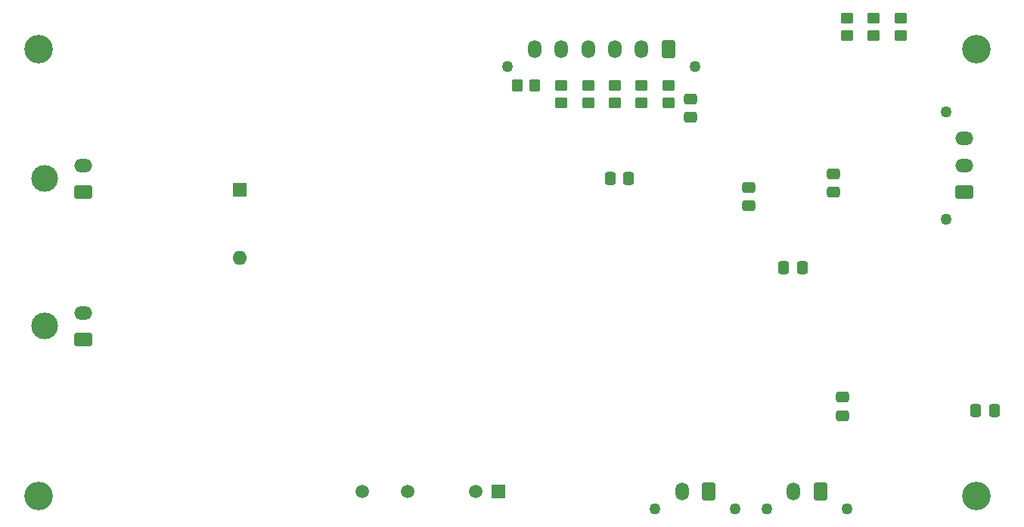
<source format=gbr>
%TF.GenerationSoftware,KiCad,Pcbnew,9.0.0*%
%TF.CreationDate,2025-07-10T21:53:31+08:00*%
%TF.ProjectId,tsal_g_v3,7473616c-5f67-45f7-9633-2e6b69636164,rev?*%
%TF.SameCoordinates,Original*%
%TF.FileFunction,Soldermask,Bot*%
%TF.FilePolarity,Negative*%
%FSLAX46Y46*%
G04 Gerber Fmt 4.6, Leading zero omitted, Abs format (unit mm)*
G04 Created by KiCad (PCBNEW 9.0.0) date 2025-07-10 21:53:31*
%MOMM*%
%LPD*%
G01*
G04 APERTURE LIST*
G04 Aperture macros list*
%AMRoundRect*
0 Rectangle with rounded corners*
0 $1 Rounding radius*
0 $2 $3 $4 $5 $6 $7 $8 $9 X,Y pos of 4 corners*
0 Add a 4 corners polygon primitive as box body*
4,1,4,$2,$3,$4,$5,$6,$7,$8,$9,$2,$3,0*
0 Add four circle primitives for the rounded corners*
1,1,$1+$1,$2,$3*
1,1,$1+$1,$4,$5*
1,1,$1+$1,$6,$7*
1,1,$1+$1,$8,$9*
0 Add four rect primitives between the rounded corners*
20,1,$1+$1,$2,$3,$4,$5,0*
20,1,$1+$1,$4,$5,$6,$7,0*
20,1,$1+$1,$6,$7,$8,$9,0*
20,1,$1+$1,$8,$9,$2,$3,0*%
G04 Aperture macros list end*
%ADD10C,1.270000*%
%ADD11RoundRect,0.250001X0.759999X-0.499999X0.759999X0.499999X-0.759999X0.499999X-0.759999X-0.499999X0*%
%ADD12O,2.020000X1.500000*%
%ADD13R,1.600000X1.600000*%
%ADD14O,1.600000X1.600000*%
%ADD15C,3.200000*%
%ADD16RoundRect,0.250001X0.499999X0.759999X-0.499999X0.759999X-0.499999X-0.759999X0.499999X-0.759999X0*%
%ADD17O,1.500000X2.020000*%
%ADD18C,3.000000*%
%ADD19RoundRect,0.250000X-0.475000X0.337500X-0.475000X-0.337500X0.475000X-0.337500X0.475000X0.337500X0*%
%ADD20R,1.500000X1.500000*%
%ADD21C,1.500000*%
%ADD22RoundRect,0.250000X0.475000X-0.337500X0.475000X0.337500X-0.475000X0.337500X-0.475000X-0.337500X0*%
%ADD23RoundRect,0.250000X-0.337500X-0.475000X0.337500X-0.475000X0.337500X0.475000X-0.337500X0.475000X0*%
%ADD24RoundRect,0.250000X0.350000X0.450000X-0.350000X0.450000X-0.350000X-0.450000X0.350000X-0.450000X0*%
%ADD25RoundRect,0.250000X0.450000X-0.350000X0.450000X0.350000X-0.450000X0.350000X-0.450000X-0.350000X0*%
%ADD26RoundRect,0.250000X-0.450000X0.350000X-0.450000X-0.350000X0.450000X-0.350000X0.450000X0.350000X0*%
%ADD27RoundRect,0.250000X0.337500X0.475000X-0.337500X0.475000X-0.337500X-0.475000X0.337500X-0.475000X0*%
G04 APERTURE END LIST*
D10*
%TO.C,J8*%
X163125000Y-77000000D03*
X163125000Y-65000000D03*
D11*
X165085000Y-74000000D03*
D12*
X165085000Y-71000000D03*
X165085000Y-68000000D03*
%TD*%
D13*
%TO.C,D1*%
X84000000Y-73725000D03*
D14*
X84000000Y-81345000D03*
%TD*%
D15*
%TO.C,H3*%
X166500000Y-108000000D03*
%TD*%
D10*
%TO.C,J7*%
X139500000Y-109460000D03*
X130500000Y-109460000D03*
D16*
X136500000Y-107500000D03*
D17*
X133500000Y-107500000D03*
%TD*%
D15*
%TO.C,H4*%
X166500000Y-58000000D03*
%TD*%
D18*
%TO.C,J2*%
X62180000Y-89000000D03*
D11*
X66500000Y-90500000D03*
D12*
X66500000Y-87500000D03*
%TD*%
D19*
%TO.C,C15*%
X150500000Y-71925000D03*
X150500000Y-74000000D03*
%TD*%
D10*
%TO.C,J6*%
X152000000Y-109460000D03*
X143000000Y-109460000D03*
D16*
X149000000Y-107500000D03*
D17*
X146000000Y-107500000D03*
%TD*%
D20*
%TO.C,U3*%
X113000000Y-107500000D03*
D21*
X110460000Y-107500000D03*
X102840000Y-107500000D03*
X97760000Y-107500000D03*
%TD*%
D22*
%TO.C,C19*%
X151523250Y-99037500D03*
X151523250Y-96962500D03*
%TD*%
D15*
%TO.C,H1*%
X61500000Y-58000000D03*
%TD*%
D23*
%TO.C,C17*%
X144925000Y-82500000D03*
X147000000Y-82500000D03*
%TD*%
D10*
%TO.C,J3*%
X135000000Y-59917500D03*
X114000000Y-59917500D03*
D16*
X132000000Y-57957500D03*
D17*
X129000000Y-57957500D03*
X126000000Y-57957500D03*
X123000000Y-57957500D03*
X120000000Y-57957500D03*
X117000000Y-57957500D03*
%TD*%
D15*
%TO.C,H2*%
X61500000Y-108000000D03*
%TD*%
D18*
%TO.C,J1*%
X62180000Y-72500000D03*
D11*
X66500000Y-74000000D03*
D12*
X66500000Y-71000000D03*
%TD*%
D24*
%TO.C,R22*%
X117040000Y-62067500D03*
X115040000Y-62067500D03*
%TD*%
D23*
%TO.C,C23*%
X166425000Y-98500000D03*
X168500000Y-98500000D03*
%TD*%
D25*
%TO.C,R25*%
X158000000Y-56500000D03*
X158000000Y-54500000D03*
%TD*%
D26*
%TO.C,R19*%
X132000000Y-62042500D03*
X132000000Y-64042500D03*
%TD*%
D19*
%TO.C,C21*%
X134500000Y-63545000D03*
X134500000Y-65620000D03*
%TD*%
D27*
%TO.C,C22*%
X127537500Y-72500000D03*
X125462500Y-72500000D03*
%TD*%
D26*
%TO.C,R23*%
X123000000Y-62042500D03*
X123000000Y-64042500D03*
%TD*%
D19*
%TO.C,C18*%
X141000000Y-73462500D03*
X141000000Y-75537500D03*
%TD*%
D25*
%TO.C,R26*%
X152000000Y-56500000D03*
X152000000Y-54500000D03*
%TD*%
D26*
%TO.C,R20*%
X129000000Y-62042500D03*
X129000000Y-64042500D03*
%TD*%
D25*
%TO.C,R24*%
X155000000Y-56500000D03*
X155000000Y-54500000D03*
%TD*%
D26*
%TO.C,R18*%
X126000000Y-62042500D03*
X126000000Y-64042500D03*
%TD*%
%TO.C,R21*%
X120000000Y-62042500D03*
X120000000Y-64042500D03*
%TD*%
M02*

</source>
